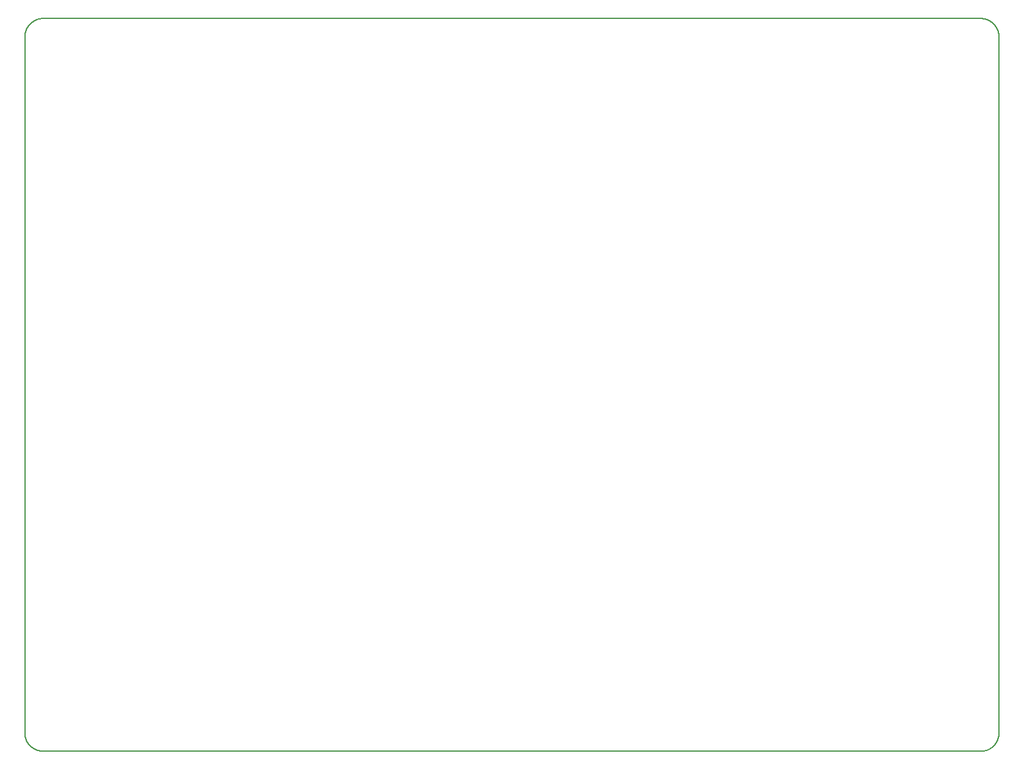
<source format=gko>
G75*
%MOIN*%
%OFA0B0*%
%FSLAX25Y25*%
%IPPOS*%
%LPD*%
%AMOC8*
5,1,8,0,0,1.08239X$1,22.5*
%
%ADD10C,0.00500*%
D10*
X0015000Y0005000D02*
X0526496Y0005000D01*
X0526738Y0005003D01*
X0526979Y0005012D01*
X0527220Y0005026D01*
X0527461Y0005047D01*
X0527701Y0005073D01*
X0527941Y0005105D01*
X0528180Y0005143D01*
X0528417Y0005186D01*
X0528654Y0005236D01*
X0528889Y0005291D01*
X0529123Y0005351D01*
X0529355Y0005418D01*
X0529586Y0005489D01*
X0529815Y0005567D01*
X0530042Y0005650D01*
X0530267Y0005738D01*
X0530490Y0005832D01*
X0530710Y0005931D01*
X0530928Y0006036D01*
X0531143Y0006145D01*
X0531356Y0006260D01*
X0531566Y0006380D01*
X0531772Y0006505D01*
X0531976Y0006635D01*
X0532177Y0006770D01*
X0532374Y0006910D01*
X0532568Y0007054D01*
X0532758Y0007203D01*
X0532944Y0007357D01*
X0533127Y0007515D01*
X0533306Y0007677D01*
X0533481Y0007844D01*
X0533652Y0008015D01*
X0533819Y0008190D01*
X0533981Y0008369D01*
X0534139Y0008552D01*
X0534293Y0008738D01*
X0534442Y0008928D01*
X0534586Y0009122D01*
X0534726Y0009319D01*
X0534861Y0009520D01*
X0534991Y0009724D01*
X0535116Y0009930D01*
X0535236Y0010140D01*
X0535351Y0010353D01*
X0535460Y0010568D01*
X0535565Y0010786D01*
X0535664Y0011006D01*
X0535758Y0011229D01*
X0535846Y0011454D01*
X0535929Y0011681D01*
X0536007Y0011910D01*
X0536078Y0012141D01*
X0536145Y0012373D01*
X0536205Y0012607D01*
X0536260Y0012842D01*
X0536310Y0013079D01*
X0536353Y0013316D01*
X0536391Y0013555D01*
X0536423Y0013795D01*
X0536449Y0014035D01*
X0536470Y0014276D01*
X0536484Y0014517D01*
X0536493Y0014758D01*
X0536496Y0015000D01*
X0536496Y0395000D01*
X0536493Y0395242D01*
X0536484Y0395483D01*
X0536470Y0395724D01*
X0536449Y0395965D01*
X0536423Y0396205D01*
X0536391Y0396445D01*
X0536353Y0396684D01*
X0536310Y0396921D01*
X0536260Y0397158D01*
X0536205Y0397393D01*
X0536145Y0397627D01*
X0536078Y0397859D01*
X0536007Y0398090D01*
X0535929Y0398319D01*
X0535846Y0398546D01*
X0535758Y0398771D01*
X0535664Y0398994D01*
X0535565Y0399214D01*
X0535460Y0399432D01*
X0535351Y0399647D01*
X0535236Y0399860D01*
X0535116Y0400070D01*
X0534991Y0400276D01*
X0534861Y0400480D01*
X0534726Y0400681D01*
X0534586Y0400878D01*
X0534442Y0401072D01*
X0534293Y0401262D01*
X0534139Y0401448D01*
X0533981Y0401631D01*
X0533819Y0401810D01*
X0533652Y0401985D01*
X0533481Y0402156D01*
X0533306Y0402323D01*
X0533127Y0402485D01*
X0532944Y0402643D01*
X0532758Y0402797D01*
X0532568Y0402946D01*
X0532374Y0403090D01*
X0532177Y0403230D01*
X0531976Y0403365D01*
X0531772Y0403495D01*
X0531566Y0403620D01*
X0531356Y0403740D01*
X0531143Y0403855D01*
X0530928Y0403964D01*
X0530710Y0404069D01*
X0530490Y0404168D01*
X0530267Y0404262D01*
X0530042Y0404350D01*
X0529815Y0404433D01*
X0529586Y0404511D01*
X0529355Y0404582D01*
X0529123Y0404649D01*
X0528889Y0404709D01*
X0528654Y0404764D01*
X0528417Y0404814D01*
X0528180Y0404857D01*
X0527941Y0404895D01*
X0527701Y0404927D01*
X0527461Y0404953D01*
X0527220Y0404974D01*
X0526979Y0404988D01*
X0526738Y0404997D01*
X0526496Y0405000D01*
X0015000Y0405000D01*
X0014758Y0404997D01*
X0014517Y0404988D01*
X0014276Y0404974D01*
X0014035Y0404953D01*
X0013795Y0404927D01*
X0013555Y0404895D01*
X0013316Y0404857D01*
X0013079Y0404814D01*
X0012842Y0404764D01*
X0012607Y0404709D01*
X0012373Y0404649D01*
X0012141Y0404582D01*
X0011910Y0404511D01*
X0011681Y0404433D01*
X0011454Y0404350D01*
X0011229Y0404262D01*
X0011006Y0404168D01*
X0010786Y0404069D01*
X0010568Y0403964D01*
X0010353Y0403855D01*
X0010140Y0403740D01*
X0009930Y0403620D01*
X0009724Y0403495D01*
X0009520Y0403365D01*
X0009319Y0403230D01*
X0009122Y0403090D01*
X0008928Y0402946D01*
X0008738Y0402797D01*
X0008552Y0402643D01*
X0008369Y0402485D01*
X0008190Y0402323D01*
X0008015Y0402156D01*
X0007844Y0401985D01*
X0007677Y0401810D01*
X0007515Y0401631D01*
X0007357Y0401448D01*
X0007203Y0401262D01*
X0007054Y0401072D01*
X0006910Y0400878D01*
X0006770Y0400681D01*
X0006635Y0400480D01*
X0006505Y0400276D01*
X0006380Y0400070D01*
X0006260Y0399860D01*
X0006145Y0399647D01*
X0006036Y0399432D01*
X0005931Y0399214D01*
X0005832Y0398994D01*
X0005738Y0398771D01*
X0005650Y0398546D01*
X0005567Y0398319D01*
X0005489Y0398090D01*
X0005418Y0397859D01*
X0005351Y0397627D01*
X0005291Y0397393D01*
X0005236Y0397158D01*
X0005186Y0396921D01*
X0005143Y0396684D01*
X0005105Y0396445D01*
X0005073Y0396205D01*
X0005047Y0395965D01*
X0005026Y0395724D01*
X0005012Y0395483D01*
X0005003Y0395242D01*
X0005000Y0395000D01*
X0005000Y0015000D01*
X0005003Y0014758D01*
X0005012Y0014517D01*
X0005026Y0014276D01*
X0005047Y0014035D01*
X0005073Y0013795D01*
X0005105Y0013555D01*
X0005143Y0013316D01*
X0005186Y0013079D01*
X0005236Y0012842D01*
X0005291Y0012607D01*
X0005351Y0012373D01*
X0005418Y0012141D01*
X0005489Y0011910D01*
X0005567Y0011681D01*
X0005650Y0011454D01*
X0005738Y0011229D01*
X0005832Y0011006D01*
X0005931Y0010786D01*
X0006036Y0010568D01*
X0006145Y0010353D01*
X0006260Y0010140D01*
X0006380Y0009930D01*
X0006505Y0009724D01*
X0006635Y0009520D01*
X0006770Y0009319D01*
X0006910Y0009122D01*
X0007054Y0008928D01*
X0007203Y0008738D01*
X0007357Y0008552D01*
X0007515Y0008369D01*
X0007677Y0008190D01*
X0007844Y0008015D01*
X0008015Y0007844D01*
X0008190Y0007677D01*
X0008369Y0007515D01*
X0008552Y0007357D01*
X0008738Y0007203D01*
X0008928Y0007054D01*
X0009122Y0006910D01*
X0009319Y0006770D01*
X0009520Y0006635D01*
X0009724Y0006505D01*
X0009930Y0006380D01*
X0010140Y0006260D01*
X0010353Y0006145D01*
X0010568Y0006036D01*
X0010786Y0005931D01*
X0011006Y0005832D01*
X0011229Y0005738D01*
X0011454Y0005650D01*
X0011681Y0005567D01*
X0011910Y0005489D01*
X0012141Y0005418D01*
X0012373Y0005351D01*
X0012607Y0005291D01*
X0012842Y0005236D01*
X0013079Y0005186D01*
X0013316Y0005143D01*
X0013555Y0005105D01*
X0013795Y0005073D01*
X0014035Y0005047D01*
X0014276Y0005026D01*
X0014517Y0005012D01*
X0014758Y0005003D01*
X0015000Y0005000D01*
M02*

</source>
